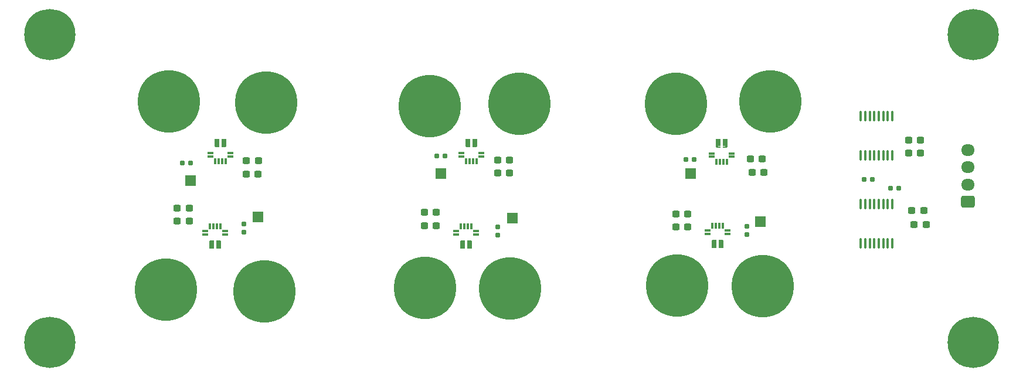
<source format=gbr>
%TF.GenerationSoftware,KiCad,Pcbnew,7.0.7*%
%TF.CreationDate,2024-01-12T20:40:26-05:00*%
%TF.ProjectId,new current sensor,6e657720-6375-4727-9265-6e742073656e,rev?*%
%TF.SameCoordinates,Original*%
%TF.FileFunction,Soldermask,Top*%
%TF.FilePolarity,Negative*%
%FSLAX46Y46*%
G04 Gerber Fmt 4.6, Leading zero omitted, Abs format (unit mm)*
G04 Created by KiCad (PCBNEW 7.0.7) date 2024-01-12 20:40:26*
%MOMM*%
%LPD*%
G01*
G04 APERTURE LIST*
G04 Aperture macros list*
%AMRoundRect*
0 Rectangle with rounded corners*
0 $1 Rounding radius*
0 $2 $3 $4 $5 $6 $7 $8 $9 X,Y pos of 4 corners*
0 Add a 4 corners polygon primitive as box body*
4,1,4,$2,$3,$4,$5,$6,$7,$8,$9,$2,$3,0*
0 Add four circle primitives for the rounded corners*
1,1,$1+$1,$2,$3*
1,1,$1+$1,$4,$5*
1,1,$1+$1,$6,$7*
1,1,$1+$1,$8,$9*
0 Add four rect primitives between the rounded corners*
20,1,$1+$1,$2,$3,$4,$5,0*
20,1,$1+$1,$4,$5,$6,$7,0*
20,1,$1+$1,$6,$7,$8,$9,0*
20,1,$1+$1,$8,$9,$2,$3,0*%
%AMRotRect*
0 Rectangle, with rotation*
0 The origin of the aperture is its center*
0 $1 length*
0 $2 width*
0 $3 Rotation angle, in degrees counterclockwise*
0 Add horizontal line*
21,1,$1,$2,0,0,$3*%
G04 Aperture macros list end*
%ADD10C,7.400000*%
%ADD11RoundRect,0.100000X-0.100000X0.637500X-0.100000X-0.637500X0.100000X-0.637500X0.100000X0.637500X0*%
%ADD12RoundRect,0.237500X-0.300000X-0.237500X0.300000X-0.237500X0.300000X0.237500X-0.300000X0.237500X0*%
%ADD13RotRect,0.282800X0.282800X135.000000*%
%ADD14R,0.800000X1.070000*%
%ADD15R,0.600000X0.200000*%
%ADD16R,0.850000X0.300000*%
%ADD17R,0.300000X0.850000*%
%ADD18RoundRect,0.160000X-0.197500X-0.160000X0.197500X-0.160000X0.197500X0.160000X-0.197500X0.160000X0*%
%ADD19RoundRect,0.160000X0.160000X-0.197500X0.160000X0.197500X-0.160000X0.197500X-0.160000X-0.197500X0*%
%ADD20RoundRect,0.250000X-0.550000X-0.550000X0.550000X-0.550000X0.550000X0.550000X-0.550000X0.550000X0*%
%ADD21C,9.000000*%
%ADD22RotRect,0.282800X0.282800X315.000000*%
%ADD23RoundRect,0.237500X0.300000X0.237500X-0.300000X0.237500X-0.300000X-0.237500X0.300000X-0.237500X0*%
%ADD24RoundRect,0.250000X0.725000X-0.600000X0.725000X0.600000X-0.725000X0.600000X-0.725000X-0.600000X0*%
%ADD25O,1.950000X1.700000*%
%ADD26RoundRect,0.100000X0.100000X-0.637500X0.100000X0.637500X-0.100000X0.637500X-0.100000X-0.637500X0*%
G04 APERTURE END LIST*
D10*
%TO.C,REF\u002A\u002A*%
X241300000Y-38100000D03*
%TD*%
%TO.C,REF\u002A\u002A*%
X107950000Y-38100000D03*
%TD*%
%TO.C,REF\u002A\u002A*%
X107950000Y-82550000D03*
%TD*%
%TO.C,REF\u002A\u002A*%
X241300000Y-82550000D03*
%TD*%
D11*
%TO.C,U7*%
X229605000Y-49842500D03*
X228955000Y-49842500D03*
X228305000Y-49842500D03*
X227655000Y-49842500D03*
X227005000Y-49842500D03*
X226355000Y-49842500D03*
X225705000Y-49842500D03*
X225055000Y-49842500D03*
X225055000Y-55567500D03*
X225705000Y-55567500D03*
X226355000Y-55567500D03*
X227005000Y-55567500D03*
X227655000Y-55567500D03*
X228305000Y-55567500D03*
X228955000Y-55567500D03*
X229605000Y-55567500D03*
%TD*%
D12*
%TO.C,CDVDD1*%
X231955000Y-53340000D03*
X233680000Y-53340000D03*
%TD*%
D13*
%TO.C,U3*%
X167350000Y-67965000D03*
D14*
X167550000Y-68500000D03*
D15*
X167650000Y-67865000D03*
D13*
X168750000Y-67965000D03*
D14*
X168550000Y-68500000D03*
D15*
X168450000Y-67865000D03*
D16*
X169500000Y-66950000D03*
X169500000Y-66450000D03*
D17*
X168800000Y-65750000D03*
X168300000Y-65750000D03*
X167800000Y-65750000D03*
X167300000Y-65750000D03*
D16*
X166600000Y-66450000D03*
X166600000Y-66950000D03*
%TD*%
D18*
%TO.C,R1*%
X225500000Y-59055000D03*
X226695000Y-59055000D03*
%TD*%
D19*
%TO.C,Rpu1*%
X135950000Y-66645000D03*
X135950000Y-65450000D03*
%TD*%
D20*
%TO.C,TP1*%
X137949139Y-64454800D03*
%TD*%
D21*
%TO.C,H6.1*%
X162113397Y-74698097D03*
%TD*%
%TO.C,H5.2*%
X210850000Y-74400000D03*
%TD*%
D12*
%TO.C,CAVDD1*%
X231955000Y-55245000D03*
X233680000Y-55245000D03*
%TD*%
D14*
%TO.C,U6*%
X133064895Y-53654895D03*
D15*
X132964895Y-54289895D03*
D22*
X133264895Y-54189895D03*
X131864895Y-54189895D03*
D15*
X132164895Y-54289895D03*
D14*
X132064895Y-53654895D03*
D16*
X131114895Y-55204895D03*
X131114895Y-55704895D03*
D17*
X131814895Y-56404895D03*
X132314895Y-56404895D03*
X132814895Y-56404895D03*
X133314895Y-56404895D03*
D16*
X134014895Y-55704895D03*
X134014895Y-55204895D03*
%TD*%
D18*
%TO.C,R2*%
X229310000Y-60325000D03*
X230505000Y-60325000D03*
%TD*%
D21*
%TO.C,H6.2*%
X174413397Y-74798097D03*
%TD*%
D13*
%TO.C,U1*%
X131100000Y-67965000D03*
D15*
X131400000Y-67865000D03*
D14*
X131300000Y-68500000D03*
D13*
X132500000Y-67965000D03*
D15*
X132200000Y-67865000D03*
D14*
X132300000Y-68500000D03*
D16*
X133250000Y-66950000D03*
X133250000Y-66450000D03*
D17*
X132550000Y-65750000D03*
X132050000Y-65750000D03*
X131550000Y-65750000D03*
X131050000Y-65750000D03*
D16*
X130350000Y-66450000D03*
X130350000Y-66950000D03*
%TD*%
D14*
%TO.C,U2*%
X203850000Y-68450000D03*
D15*
X203950000Y-67815000D03*
D13*
X203650000Y-67915000D03*
D14*
X204850000Y-68450000D03*
D13*
X205050000Y-67915000D03*
D15*
X204750000Y-67815000D03*
D16*
X205800000Y-66900000D03*
X205800000Y-66400000D03*
D17*
X205100000Y-65700000D03*
X204600000Y-65700000D03*
X204100000Y-65700000D03*
X203600000Y-65700000D03*
D16*
X202900000Y-66400000D03*
X202900000Y-66900000D03*
%TD*%
D23*
%TO.C,Cload1*%
X128050000Y-63145000D03*
X126325000Y-63145000D03*
%TD*%
%TO.C,Cload3*%
X163750000Y-63795000D03*
X162025000Y-63795000D03*
%TD*%
D20*
%TO.C,TP4*%
X164360000Y-58205000D03*
%TD*%
D21*
%TO.C,H4.1*%
X124699139Y-74954800D03*
%TD*%
%TO.C,H2.2*%
X198350000Y-48050000D03*
%TD*%
D20*
%TO.C,TP3*%
X174763397Y-64598097D03*
%TD*%
D23*
%TO.C,CByp3*%
X163750000Y-65700000D03*
X162025000Y-65700000D03*
%TD*%
D18*
%TO.C,Rpu4*%
X163800000Y-55665000D03*
X164995000Y-55665000D03*
%TD*%
D12*
%TO.C,CByp5*%
X209100000Y-56070000D03*
X210825000Y-56070000D03*
%TD*%
D23*
%TO.C,CByp2*%
X200050000Y-65900000D03*
X198325000Y-65900000D03*
%TD*%
D21*
%TO.C,H1.1*%
X175750000Y-48050000D03*
%TD*%
D12*
%TO.C,Cload4*%
X172575000Y-58100000D03*
X174300000Y-58100000D03*
%TD*%
%TO.C,CByp6*%
X136325000Y-56334703D03*
X138050000Y-56334703D03*
%TD*%
%TO.C,CAVDD2*%
X232410000Y-63500000D03*
X234135000Y-63500000D03*
%TD*%
D24*
%TO.C,J1*%
X240550000Y-62250000D03*
D25*
X240550000Y-59750000D03*
X240550000Y-57250000D03*
X240550000Y-54750000D03*
%TD*%
D12*
%TO.C,Cload6*%
X136299895Y-58225105D03*
X138024895Y-58225105D03*
%TD*%
D19*
%TO.C,Rpu3*%
X172600000Y-67045000D03*
X172600000Y-65850000D03*
%TD*%
D21*
%TO.C,H3.2*%
X125100000Y-47750000D03*
%TD*%
D22*
%TO.C,U5*%
X205650000Y-54235000D03*
D15*
X205350000Y-54335000D03*
D14*
X205450000Y-53700000D03*
X204450000Y-53700000D03*
D22*
X204250000Y-54235000D03*
D15*
X204550000Y-54335000D03*
D16*
X203500000Y-55250000D03*
X203500000Y-55750000D03*
D17*
X204200000Y-56450000D03*
X204700000Y-56450000D03*
X205200000Y-56450000D03*
X205700000Y-56450000D03*
D16*
X206400000Y-55750000D03*
X206400000Y-55250000D03*
%TD*%
D12*
%TO.C,CByp4*%
X172575000Y-56195000D03*
X174300000Y-56195000D03*
%TD*%
D21*
%TO.C,H1.2*%
X162750000Y-48400000D03*
%TD*%
D18*
%TO.C,Rpu6*%
X127029895Y-56625105D03*
X128224895Y-56625105D03*
%TD*%
D20*
%TO.C,TP5*%
X200500000Y-58150000D03*
%TD*%
D21*
%TO.C,H2.1*%
X212000000Y-47750000D03*
%TD*%
D15*
%TO.C,U4*%
X169200000Y-54285000D03*
D14*
X169300000Y-53650000D03*
D22*
X169500000Y-54185000D03*
D14*
X168300000Y-53650000D03*
D22*
X168100000Y-54185000D03*
D15*
X168400000Y-54285000D03*
D16*
X167350000Y-55200000D03*
X167350000Y-55700000D03*
D17*
X168050000Y-56400000D03*
X168550000Y-56400000D03*
X169050000Y-56400000D03*
X169550000Y-56400000D03*
D16*
X170250000Y-55700000D03*
X170250000Y-55200000D03*
%TD*%
D26*
%TO.C,U8*%
X225055000Y-68267500D03*
X225705000Y-68267500D03*
X226355000Y-68267500D03*
X227005000Y-68267500D03*
X227655000Y-68267500D03*
X228305000Y-68267500D03*
X228955000Y-68267500D03*
X229605000Y-68267500D03*
X229605000Y-62542500D03*
X228955000Y-62542500D03*
X228305000Y-62542500D03*
X227655000Y-62542500D03*
X227005000Y-62542500D03*
X226355000Y-62542500D03*
X225705000Y-62542500D03*
X225055000Y-62542500D03*
%TD*%
D18*
%TO.C,Rpu5*%
X199770000Y-56165000D03*
X200965000Y-56165000D03*
%TD*%
D21*
%TO.C,H3.1*%
X139150000Y-47900000D03*
%TD*%
D20*
%TO.C,TP2*%
X210505000Y-65127500D03*
%TD*%
D21*
%TO.C,H5.1*%
X198550000Y-74300000D03*
%TD*%
%TO.C,H4.2*%
X138949139Y-75154800D03*
%TD*%
D23*
%TO.C,CByp1*%
X128050000Y-65050000D03*
X126325000Y-65050000D03*
%TD*%
D12*
%TO.C,Cload5*%
X209327500Y-57975000D03*
X211052500Y-57975000D03*
%TD*%
D23*
%TO.C,Cload2*%
X200050000Y-63995000D03*
X198325000Y-63995000D03*
%TD*%
D20*
%TO.C,TP6*%
X128224895Y-59165105D03*
%TD*%
D19*
%TO.C,Rpu2*%
X208600000Y-66995000D03*
X208600000Y-65800000D03*
%TD*%
D23*
%TO.C,CDVDD2*%
X234477500Y-65567500D03*
X232752500Y-65567500D03*
%TD*%
M02*

</source>
